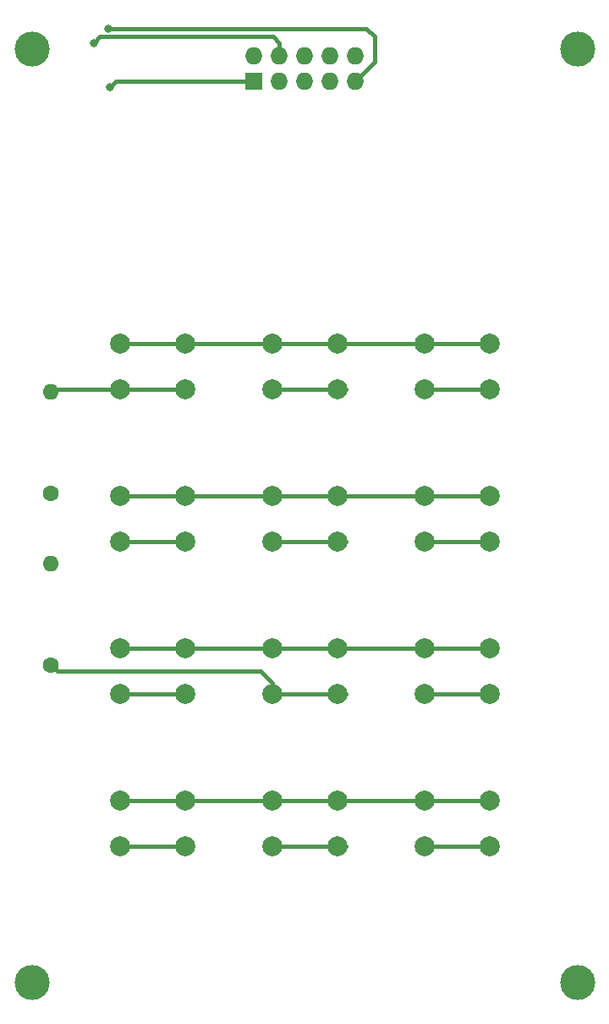
<source format=gtl>
%TF.GenerationSoftware,KiCad,Pcbnew,(5.1.8)-1*%
%TF.CreationDate,2021-03-12T20:27:01+01:00*%
%TF.ProjectId,A2600 Keyboard,41323630-3020-44b6-9579-626f6172642e,rev?*%
%TF.SameCoordinates,Original*%
%TF.FileFunction,Copper,L1,Top*%
%TF.FilePolarity,Positive*%
%FSLAX46Y46*%
G04 Gerber Fmt 4.6, Leading zero omitted, Abs format (unit mm)*
G04 Created by KiCad (PCBNEW (5.1.8)-1) date 2021-03-12 20:27:01*
%MOMM*%
%LPD*%
G01*
G04 APERTURE LIST*
%TA.AperFunction,ComponentPad*%
%ADD10R,1.727200X1.727200*%
%TD*%
%TA.AperFunction,ComponentPad*%
%ADD11O,1.727200X1.727200*%
%TD*%
%TA.AperFunction,ComponentPad*%
%ADD12O,1.600000X1.600000*%
%TD*%
%TA.AperFunction,ComponentPad*%
%ADD13C,1.600000*%
%TD*%
%TA.AperFunction,ComponentPad*%
%ADD14C,2.000000*%
%TD*%
%TA.AperFunction,ComponentPad*%
%ADD15C,3.500000*%
%TD*%
%TA.AperFunction,ViaPad*%
%ADD16C,0.800000*%
%TD*%
%TA.AperFunction,Conductor*%
%ADD17C,0.381000*%
%TD*%
G04 APERTURE END LIST*
D10*
%TO.P,J1,1*%
%TO.N,BROWN*%
X147320000Y-46355000D03*
D11*
%TO.P,J1,2*%
%TO.N,RED*%
X149860000Y-46355000D03*
%TO.P,J1,3*%
%TO.N,ORANGE*%
X152400000Y-46355000D03*
%TO.P,J1,4*%
%TO.N,YELLOW*%
X154940000Y-46355000D03*
%TO.P,J1,5*%
%TO.N,GREEN*%
X157480000Y-46355000D03*
%TO.P,J1,6*%
%TO.N,BLUE*%
X147320000Y-43815000D03*
%TO.P,J1,7*%
%TO.N,VCC*%
X149860000Y-43815000D03*
%TO.P,J1,8*%
%TO.N,N/C*%
X152400000Y-43815000D03*
%TO.P,J1,9*%
%TO.N,WHITE*%
X154940000Y-43815000D03*
%TO.P,J1,10*%
%TO.N,N/C*%
X157480000Y-43815000D03*
%TD*%
D12*
%TO.P,R301,2*%
%TO.N,VCC*%
X127000000Y-94615000D03*
D13*
%TO.P,R301,1*%
%TO.N,WHITE*%
X127000000Y-104775000D03*
%TD*%
%TO.P,R302,1*%
%TO.N,VCC*%
X127000000Y-87630000D03*
D12*
%TO.P,R302,2*%
%TO.N,GREEN*%
X127000000Y-77470000D03*
%TD*%
D14*
%TO.P,SW1,2*%
%TO.N,GREEN*%
X133910000Y-77180000D03*
%TO.P,SW1,1*%
%TO.N,BROWN*%
X133910000Y-72680000D03*
%TO.P,SW1,2*%
%TO.N,GREEN*%
X140410000Y-77180000D03*
%TO.P,SW1,1*%
%TO.N,BROWN*%
X140410000Y-72680000D03*
%TD*%
%TO.P,SW2,1*%
%TO.N,BROWN*%
X155650000Y-72680000D03*
%TO.P,SW2,2*%
%TO.N,WHITE*%
X155650000Y-77180000D03*
%TO.P,SW2,1*%
%TO.N,BROWN*%
X149150000Y-72680000D03*
%TO.P,SW2,2*%
%TO.N,WHITE*%
X149150000Y-77180000D03*
%TD*%
%TO.P,SW3,2*%
%TO.N,BLUE*%
X164390000Y-77180000D03*
%TO.P,SW3,1*%
%TO.N,BROWN*%
X164390000Y-72680000D03*
%TO.P,SW3,2*%
%TO.N,BLUE*%
X170890000Y-77180000D03*
%TO.P,SW3,1*%
%TO.N,BROWN*%
X170890000Y-72680000D03*
%TD*%
%TO.P,SW4,1*%
%TO.N,RED*%
X140410000Y-87920000D03*
%TO.P,SW4,2*%
%TO.N,GREEN*%
X140410000Y-92420000D03*
%TO.P,SW4,1*%
%TO.N,RED*%
X133910000Y-87920000D03*
%TO.P,SW4,2*%
%TO.N,GREEN*%
X133910000Y-92420000D03*
%TD*%
%TO.P,SW5,2*%
%TO.N,WHITE*%
X149150000Y-92420000D03*
%TO.P,SW5,1*%
%TO.N,RED*%
X149150000Y-87920000D03*
%TO.P,SW5,2*%
%TO.N,WHITE*%
X155650000Y-92420000D03*
%TO.P,SW5,1*%
%TO.N,RED*%
X155650000Y-87920000D03*
%TD*%
%TO.P,SW6,1*%
%TO.N,RED*%
X170890000Y-87920000D03*
%TO.P,SW6,2*%
%TO.N,BLUE*%
X170890000Y-92420000D03*
%TO.P,SW6,1*%
%TO.N,RED*%
X164390000Y-87920000D03*
%TO.P,SW6,2*%
%TO.N,BLUE*%
X164390000Y-92420000D03*
%TD*%
%TO.P,SW7,2*%
%TO.N,GREEN*%
X133910000Y-107660000D03*
%TO.P,SW7,1*%
%TO.N,ORANGE*%
X133910000Y-103160000D03*
%TO.P,SW7,2*%
%TO.N,GREEN*%
X140410000Y-107660000D03*
%TO.P,SW7,1*%
%TO.N,ORANGE*%
X140410000Y-103160000D03*
%TD*%
%TO.P,SW8,1*%
%TO.N,ORANGE*%
X155650000Y-103160000D03*
%TO.P,SW8,2*%
%TO.N,WHITE*%
X155650000Y-107660000D03*
%TO.P,SW8,1*%
%TO.N,ORANGE*%
X149150000Y-103160000D03*
%TO.P,SW8,2*%
%TO.N,WHITE*%
X149150000Y-107660000D03*
%TD*%
%TO.P,SW9,2*%
%TO.N,BLUE*%
X164390000Y-107660000D03*
%TO.P,SW9,1*%
%TO.N,ORANGE*%
X164390000Y-103160000D03*
%TO.P,SW9,2*%
%TO.N,BLUE*%
X170890000Y-107660000D03*
%TO.P,SW9,1*%
%TO.N,ORANGE*%
X170890000Y-103160000D03*
%TD*%
%TO.P,SW10,1*%
%TO.N,YELLOW*%
X140410000Y-118400000D03*
%TO.P,SW10,2*%
%TO.N,GREEN*%
X140410000Y-122900000D03*
%TO.P,SW10,1*%
%TO.N,YELLOW*%
X133910000Y-118400000D03*
%TO.P,SW10,2*%
%TO.N,GREEN*%
X133910000Y-122900000D03*
%TD*%
%TO.P,SW11,2*%
%TO.N,WHITE*%
X149150000Y-122900000D03*
%TO.P,SW11,1*%
%TO.N,YELLOW*%
X149150000Y-118400000D03*
%TO.P,SW11,2*%
%TO.N,WHITE*%
X155650000Y-122900000D03*
%TO.P,SW11,1*%
%TO.N,YELLOW*%
X155650000Y-118400000D03*
%TD*%
%TO.P,SW12,1*%
%TO.N,YELLOW*%
X170890000Y-118400000D03*
%TO.P,SW12,2*%
%TO.N,BLUE*%
X170890000Y-122900000D03*
%TO.P,SW12,1*%
%TO.N,YELLOW*%
X164390000Y-118400000D03*
%TO.P,SW12,2*%
%TO.N,BLUE*%
X164390000Y-122900000D03*
%TD*%
D15*
%TO.P,M1,1*%
%TO.N,N/C*%
X125095000Y-136525000D03*
%TD*%
%TO.P,M2,1*%
%TO.N,N/C*%
X179705000Y-136525000D03*
%TD*%
%TO.P,M3,1*%
%TO.N,N/C*%
X179705000Y-43180000D03*
%TD*%
%TO.P,M4,1*%
%TO.N,N/C*%
X125095000Y-43180000D03*
%TD*%
D16*
%TO.N,BROWN*%
X132870500Y-46990000D03*
%TO.N,GREEN*%
X132715000Y-41119490D03*
%TO.N,VCC*%
X131289500Y-42545000D03*
%TD*%
D17*
%TO.N,BROWN*%
X133910000Y-72680000D02*
X140410000Y-72680000D01*
X140410000Y-72680000D02*
X149150000Y-72680000D01*
X149150000Y-72680000D02*
X155650000Y-72680000D01*
X155650000Y-72680000D02*
X164390000Y-72680000D01*
X170890000Y-72680000D02*
X164390000Y-72680000D01*
X133505500Y-46355000D02*
X147320000Y-46355000D01*
X132870500Y-46990000D02*
X133505500Y-46355000D01*
%TO.N,RED*%
X170890000Y-87920000D02*
X164390000Y-87920000D01*
X164390000Y-87920000D02*
X155650000Y-87920000D01*
X155650000Y-87920000D02*
X149150000Y-87920000D01*
X149150000Y-87920000D02*
X140410000Y-87920000D01*
X140410000Y-87920000D02*
X133910000Y-87920000D01*
%TO.N,ORANGE*%
X133910000Y-103160000D02*
X140410000Y-103160000D01*
X140410000Y-103160000D02*
X149150000Y-103160000D01*
X149150000Y-103160000D02*
X155650000Y-103160000D01*
X155650000Y-103160000D02*
X164390000Y-103160000D01*
X164390000Y-103160000D02*
X170890000Y-103160000D01*
%TO.N,YELLOW*%
X170890000Y-118400000D02*
X164390000Y-118400000D01*
X164390000Y-118400000D02*
X155650000Y-118400000D01*
X155650000Y-118400000D02*
X149150000Y-118400000D01*
X149150000Y-118400000D02*
X140410000Y-118400000D01*
X140410000Y-118400000D02*
X133910000Y-118400000D01*
%TO.N,GREEN*%
X140410000Y-77180000D02*
X133910000Y-77180000D01*
X133910000Y-77180000D02*
X127290000Y-77180000D01*
X140410000Y-92420000D02*
X133910000Y-92420000D01*
X133910000Y-122900000D02*
X140410000Y-122900000D01*
X133910000Y-107660000D02*
X140410000Y-107660000D01*
X157480000Y-46355000D02*
X159385000Y-44450000D01*
X159385000Y-41910000D02*
X158594490Y-41119490D01*
X159385000Y-44450000D02*
X159385000Y-41910000D01*
X158594490Y-41119490D02*
X132715000Y-41119490D01*
%TO.N,BLUE*%
X164390000Y-92420000D02*
X170890000Y-92420000D01*
X164390000Y-107660000D02*
X170890000Y-107660000D01*
X164390000Y-122900000D02*
X170890000Y-122900000D01*
X164390000Y-77180000D02*
X170890000Y-77180000D01*
%TO.N,VCC*%
X131924500Y-41910000D02*
X131289500Y-42545000D01*
X149860000Y-42545000D02*
X149225000Y-41910000D01*
X149225000Y-41910000D02*
X131924500Y-41910000D01*
X149860000Y-43815000D02*
X149860000Y-42545000D01*
%TO.N,WHITE*%
X149150000Y-122900000D02*
X155650000Y-122900000D01*
X149150000Y-107660000D02*
X155650000Y-107660000D01*
X149150000Y-92420000D02*
X155650000Y-92420000D01*
X149150000Y-77180000D02*
X155650000Y-77180000D01*
X155650000Y-122900000D02*
X156500000Y-122900000D01*
X155650000Y-77180000D02*
X156500000Y-77180000D01*
X155650000Y-92420000D02*
X156500000Y-92420000D01*
X155650000Y-107660000D02*
X156500000Y-107660000D01*
X127635000Y-105410000D02*
X127000000Y-104775000D01*
X147955000Y-105410000D02*
X127635000Y-105410000D01*
X149150000Y-106605000D02*
X147955000Y-105410000D01*
X149150000Y-107660000D02*
X149150000Y-106605000D01*
%TD*%
M02*

</source>
